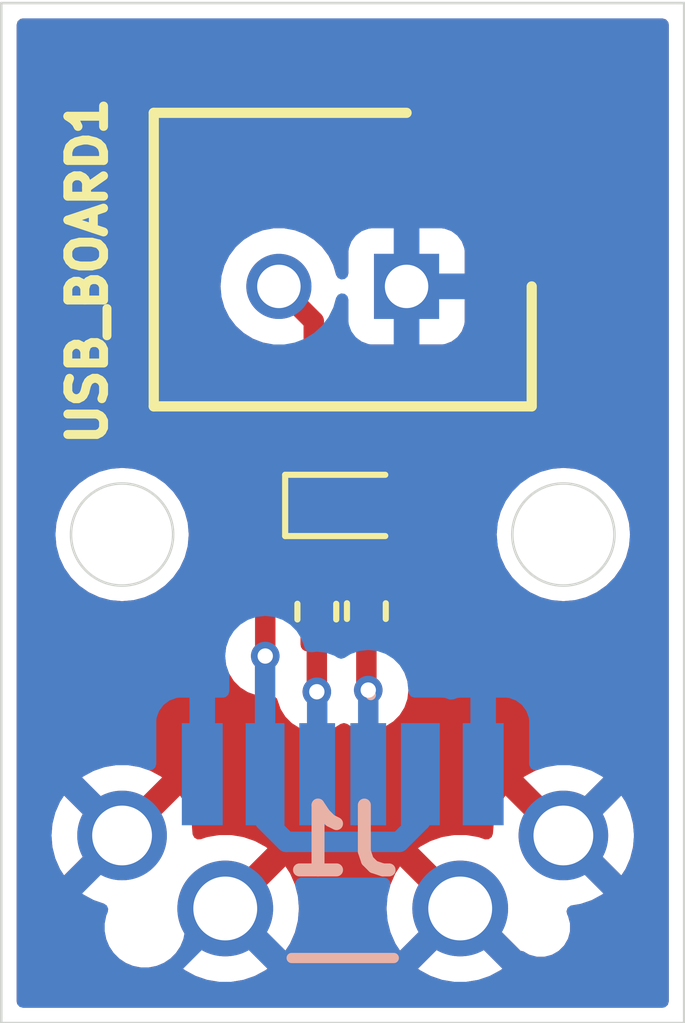
<source format=kicad_pcb>
(kicad_pcb (version 20240108) (generator "pcbnew") (generator_version "8.0")
  (layers (0 "F.Cu" signal) (31 "B.Cu" signal) (34 "B.Paste" user) (35 "F.Paste" user) (36 "B.SilkS" user "B.Silkscreen") (37 "F.SilkS" user "F.Silkscreen") (38 "B.Mask" user) (39 "F.Mask" user) (44 "Edge.Cuts" user))
  (net 0 "")
  (net 1 "GND")
  (net 2 "VBUS")
  (net 3 "Net-(J1-CC2)")
  (net 4 "Net-(J1-CC1)")
  (footprint "Resistor_SMD:R_0402_1005Metric" (layer "F.Cu") (at 30.99 34.76 90)
    (property "Reference" "R1" (hide yes))
    (property "Value" "5.1k")
    (fp_line (start -0.153641 -0.38) (end 0.153641 -0.38) (stroke (width 0.12)) (layer "F.SilkS"))
    (fp_line (start -0.153641 0.38) (end 0.153641 0.38) (stroke (width 0.12)) (layer "F.SilkS"))
    (pad "1" smd roundrect (at -0.51 0 90) (size 0.54 0.64) (layers "F.Cu" "F.Paste" "F.Mask") (net 4 "Net-(J1-CC1)"))
    (pad "2" smd roundrect (at 0.51 0 90) (size 0.54 0.64) (layers "F.Cu" "F.Paste" "F.Mask") (net 1 "GND"))
  )
  (footprint "Resistor_SMD:R_0402_1005Metric" (layer "F.Cu") (at 30.02 34.77 90)
    (property "Reference" "R2" (hide yes))
    (property "Value" "5.1k")
    (fp_line (start -0.153641 -0.38) (end 0.153641 -0.38) (stroke (width 0.12)) (layer "F.SilkS"))
    (fp_line (start -0.153641 0.38) (end 0.153641 0.38) (stroke (width 0.12)) (layer "F.SilkS"))
    (pad "1" smd roundrect (at -0.51 0 90) (size 0.54 0.64) (layers "F.Cu" "F.Paste" "F.Mask") (net 3 "Net-(J1-CC2)"))
    (pad "2" smd roundrect (at 0.51 0 90) (size 0.54 0.64) (layers "F.Cu" "F.Paste" "F.Mask") (net 1 "GND"))
  )
  (footprint "Diode_SMD:D_SOD-523" (layer "F.Cu") (at 30.66 32.69)
    (property "Reference" "D1" (hide yes))
    (property "Value" "ESD5Zxx")
    (fp_line (start -1.26 -0.6) (end -1.26 0.6) (stroke (width 0.12)) (layer "F.SilkS"))
    (fp_line (start 0.7 -0.6) (end -1.26 -0.6) (stroke (width 0.12)) (layer "F.SilkS"))
    (fp_line (start 0.7 0.6) (end -1.26 0.6) (stroke (width 0.12)) (layer "F.SilkS"))
    (pad "1" smd roundrect (at -0.7 0 180) (size 0.6 0.7) (layers "F.Cu" "F.Paste" "F.Mask") (net 2 "VBUS"))
    (pad "2" smd roundrect (at 0.7 0 180) (size 0.6 0.7) (layers "F.Cu" "F.Paste" "F.Mask") (net 1 "GND"))
  )
  (footprint "clock:SHDR2W64P0X250_1X2_740X575X700P" (layer "F.Cu") (at 31.777 28.4 180)
    (property "Reference" "USB_BOARD1" (at 6.247 0.3 90) (layer "F.SilkS") (effects (font (size 0.7 0.7) (thickness 0.175))))
    (property "Value" "Conn_01x02_Socket" (hide yes))
    (fp_line (start 4.95 3.4) (end 4.95 -2.35) (stroke (width 0.2)) (layer "F.SilkS"))
    (fp_line (start 4.95 -2.35) (end -2.45 -2.35) (stroke (width 0.2)) (layer "F.SilkS"))
    (fp_line (start 0 3.4) (end 4.95 3.4) (stroke (width 0.2)) (layer "F.SilkS"))
    (fp_line (start -2.45 -2.35) (end -2.45 0) (stroke (width 0.2)) (layer "F.SilkS"))
    (pad "1" thru_hole rect (at 0 0 180) (size 1.275 1.275) (drill 0.85) (layers "*.Cu" "*.Mask") (net 1 "GND"))
    (pad "2" thru_hole circle (at 2.5 0 180) (size 1.275 1.275) (drill 0.85) (layers "*.Cu" "*.Mask") (net 2 "VBUS"))
  )
  (footprint "clock:USB4140GF0070C" (layer "B.Cu") (at 30.527 39.405 180)
    (property "Reference" "J1" (at 0 0.15 0) (layer "B.SilkS") (effects (font (size 1.27 1.27) (thickness 0.254)) (justify mirror)))
    (property "Value" "USB4140-GF-0070-C" (hide yes))
    (fp_line (start 1 -2.15) (end -1 -2.15) (stroke (width 0.2)) (layer "B.SilkS"))
    (fp_line (start -0.5 3) (end -0.5 3) (stroke (width 0.1)) (layer "B.SilkS"))
    (fp_line (start -0.6 3) (end -0.6 3) (stroke (width 0.1)) (layer "B.SilkS"))
    (fp_arc (start -0.5 3) (mid -0.55 3.05) (end -0.6 3) (stroke (width 0.1)) (layer "B.SilkS"))
    (fp_arc (start -0.6 3) (mid -0.55 2.95) (end -0.5 3) (stroke (width 0.1)) (layer "B.SilkS"))
    (pad "" np_thru_hole circle (at -3.875 -1.55 180) (size 0.65 0.65) (drill 0.65) (layers "*.Cu" "*.Mask"))
    (pad "" np_thru_hole circle (at 3.875 -1.55 180) (size 1.07 1.07) (drill 1.07) (layers "*.Cu" "*.Mask"))
    (pad "A5" smd rect (at -0.5 1.45 180) (size 0.7 2) (layers "B.Cu" "B.Paste" "B.Mask") (net 4 "Net-(J1-CC1)"))
    (pad "A9" smd rect (at 1.52 1.45 180) (size 0.76 2) (layers "B.Cu" "B.Paste" "B.Mask") (net 2 "VBUS"))
    (pad "A12" smd rect (at 2.75 1.45 180) (size 0.8 2) (layers "B.Cu" "B.Paste" "B.Mask") (net 1 "GND"))
    (pad "B5" smd rect (at 0.5 1.45 180) (size 0.7 2) (layers "B.Cu" "B.Paste" "B.Mask") (net 3 "Net-(J1-CC2)"))
    (pad "B9" smd rect (at -1.52 1.45 180) (size 0.76 2) (layers "B.Cu" "B.Paste" "B.Mask") (net 2 "VBUS"))
    (pad "B12" smd rect (at -2.75 1.45 180) (size 0.8 2) (layers "B.Cu" "B.Paste" "B.Mask") (net 1 "GND"))
    (pad "MH1" thru_hole circle (at -4.32 0.25 180) (size 1.755 1.755) (drill 1.17) (layers "*.Cu" "*.Mask") (net 1 "GND"))
    (pad "MH2" thru_hole circle (at 4.32 0.25 180) (size 1.755 1.755) (drill 1.17) (layers "*.Cu" "*.Mask") (net 1 "GND"))
    (pad "MH3" thru_hole circle (at -2.3 -1.18 180) (size 1.875 1.875) (drill 1.25) (layers "*.Cu" "*.Mask") (net 1 "GND"))
    (pad "MH4" thru_hole circle (at 2.3 -1.18 180) (size 1.875 1.875) (drill 1.25) (layers "*.Cu" "*.Mask") (net 1 "GND"))
  )
  (gr_circle (center 26.207 33.26) (end 27.207 33.26) (stroke (width 0.05)) (fill none) (layer "Edge.Cuts"))
  (gr_line (start 37.212 42.83) (end 23.842 42.83) (stroke (width 0.05)) (layer "Edge.Cuts"))
  (gr_line (start 37.212 22.85) (end 23.842 22.85) (stroke (width 0.05)) (layer "Edge.Cuts"))
  (gr_line (start 23.842 42.83) (end 23.842 22.85) (stroke (width 0.05)) (layer "Edge.Cuts"))
  (gr_line (start 37.212 42.83) (end 37.212 22.85) (stroke (width 0.05)) (layer "Edge.Cuts"))
  (gr_circle (center 34.847 33.26) (end 35.847 33.26) (stroke (width 0.05)) (fill none) (layer "Edge.Cuts"))
  (segment (start 29.01 35.64) (end 29.01 33.646) (width 0.4) (layer "F.Cu") (net 2))
  (segment (start 29.96 32.69) (end 29.007 33.643) (width 0.4) (layer "F.Cu") (net 2))
  (segment (start 29.277 28.4) (end 29.96 29.083) (width 0.4) (layer "F.Cu") (net 2))
  (segment (start 29.01 33.646) (end 29.007 33.643) (width 0.4) (layer "F.Cu") (net 2))
  (segment (start 29.96 29.083) (end 29.96 32.69) (width 0.4) (layer "F.Cu") (net 2))
  (via (at 29.01 35.64) (size 0.56) (drill 0.3) (layers "F.Cu" "B.Cu") (net 2))
  (segment (start 29.007 38.865) (end 29.007 37.955) (width 0.4) (layer "B.Cu") (net 2))
  (segment (start 32.047 38.865) (end 31.632 39.28) (width 0.4) (layer "B.Cu") (net 2))
  (segment (start 29.007 35.643) (end 29.01 35.64) (width 0.4) (layer "B.Cu") (net 2))
  (segment (start 31.632 39.28) (end 29.422 39.28) (width 0.4) (layer "B.Cu") (net 2))
  (segment (start 29.422 39.28) (end 29.007 38.865) (width 0.4) (layer "B.Cu") (net 2))
  (segment (start 32.047 37.955) (end 32.047 38.865) (width 0.4) (layer "B.Cu") (net 2))
  (segment (start 29.007 37.955) (end 29.007 35.643) (width 0.4) (layer "B.Cu") (net 2))
  (segment (start 30.02 36.34) (end 30.02 35.28) (width 0.4) (layer "F.Cu") (net 3))
  (segment (start 30.027 35.293) (end 30.05 35.27) (width 0.25) (layer "F.Cu") (net 3))
  (via (at 30.02 36.34) (size 0.56) (drill 0.3) (layers "F.Cu" "B.Cu") (net 3))
  (segment (start 30.027 36.347) (end 30.027 37.955) (width 0.4) (layer "B.Cu") (net 3))
  (segment (start 30.02 36.34) (end 30.027 36.347) (width 0.4) (layer "B.Cu") (net 3))
  (segment (start 31.027 36.307) (end 30.99 36.27) (width 0.4) (layer "F.Cu") (net 4))
  (segment (start 30.99 36.27) (end 30.99 35.27) (width 0.4) (layer "F.Cu") (net 4))
  (segment (start 31.027 35.267) (end 31.02 35.26) (width 0.25) (layer "F.Cu") (net 4))
  (via (at 31.027 36.307) (size 0.56) (drill 0.3) (layers "F.Cu" "B.Cu") (net 4))
  (segment (start 31.027 36.307) (end 31.027 37.955) (width 0.4) (layer "B.Cu") (net 4))
  (zone (net 1) (net_name "GND") (layers "F&B.Cu") (connect_pads (clearance 0.5)) (min_thickness 0.25) (fill yes (thermal_gap 0.5) (thermal_bridge_width 0.5))
    (polygon (pts (xy 23.86 22.79) (xy 37.212 22.79) (xy 37.212 42.83) (xy 23.842 42.83) (xy 23.842 22.808)))
  )
)
</source>
